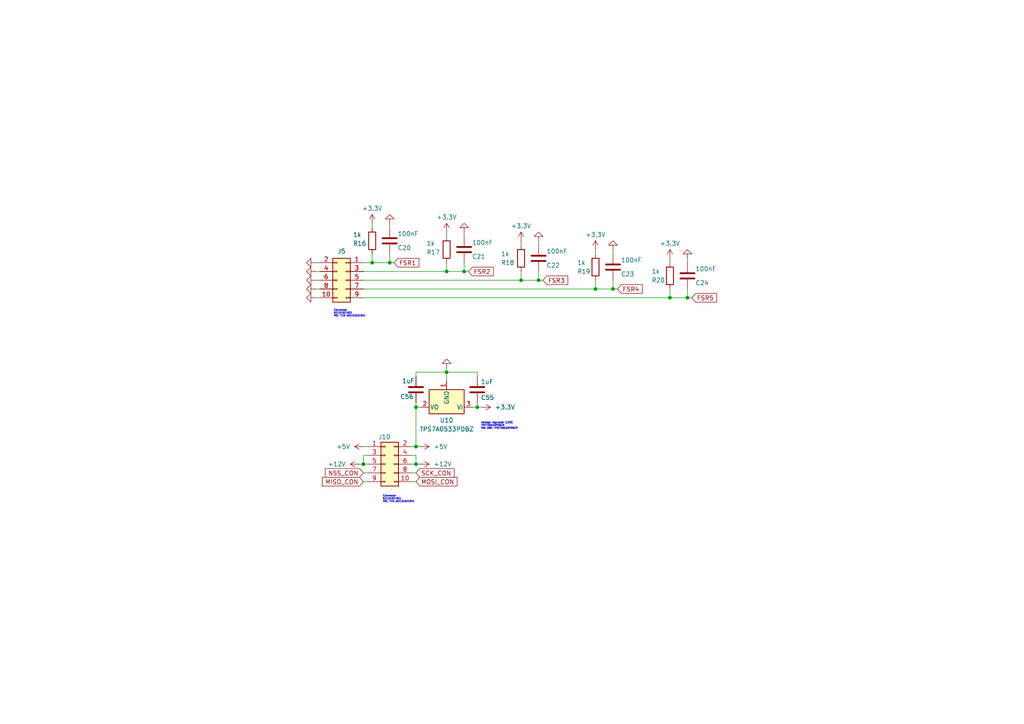
<source format=kicad_sch>
(kicad_sch (version 20250114) (generator "eeschema") (generator_version "9.0")
  (paper "A4")
  (lib_symbols
    (symbol "Connector_Generic:Conn_02x05_Odd_Even" (pin_names (offset 1.016) (hide yes))
      (property "Reference" "J" (at 1.27 7.62 0))
      (property "Value" "Conn_02x05_Odd_Even" (at 1.27 -7.62 0))
      (symbol "Conn_02x05_Odd_Even_1_1"
        (rectangle (start -1.27 6.35) (end 3.81 -6.35) (stroke (width 0.254)) (fill (type background)))
        (rectangle (start -1.27 5.207) (end 0 4.953) (stroke (width 0.1524)))
        (rectangle (start -1.27 2.667) (end 0 2.413) (stroke (width 0.1524)))
        (rectangle (start -1.27 0.127) (end 0 -0.127) (stroke (width 0.1524)))
        (rectangle (start -1.27 -2.413) (end 0 -2.667) (stroke (width 0.1524)))
        (rectangle (start -1.27 -4.953) (end 0 -5.207) (stroke (width 0.1524)))
        (rectangle (start 3.81 5.207) (end 2.54 4.953) (stroke (width 0.1524)))
        (rectangle (start 3.81 2.667) (end 2.54 2.413) (stroke (width 0.1524)))
        (rectangle (start 3.81 0.127) (end 2.54 -0.127) (stroke (width 0.1524)))
        (rectangle (start 3.81 -2.413) (end 2.54 -2.667) (stroke (width 0.1524)))
        (rectangle (start 3.81 -4.953) (end 2.54 -5.207) (stroke (width 0.1524)))
        (pin passive line (at -5.08 5.08 0) (length 3.81) (name "Pin_1") (number "1"))
        (pin passive line (at -5.08 2.54 0) (length 3.81) (name "Pin_3") (number "3"))
        (pin passive line (at -5.08 0 0) (length 3.81) (name "Pin_5") (number "5"))
        (pin passive line (at -5.08 -2.54 0) (length 3.81) (name "Pin_7") (number "7"))
        (pin passive line (at -5.08 -5.08 0) (length 3.81) (name "Pin_9") (number "9"))
        (pin passive line (at 7.62 5.08 180) (length 3.81) (name "Pin_2") (number "2"))
        (pin passive line (at 7.62 2.54 180) (length 3.81) (name "Pin_4") (number "4"))
        (pin passive line (at 7.62 0 180) (length 3.81) (name "Pin_6") (number "6"))
        (pin passive line (at 7.62 -2.54 180) (length 3.81) (name "Pin_8") (number "8"))
        (pin passive line (at 7.62 -5.08 180) (length 3.81) (name "Pin_10") (number "10"))
      )
    )
    (symbol "Device:C" (pin_numbers (hide yes)) (pin_names (offset 0.254))
      (property "Reference" "C" (at 0.635 2.54 0))
      (property "Value" "C" (at 0.635 -2.54 0))
      (symbol "C_0_1"
        (polyline (pts (xy -2.032 0.762) (xy 2.032 0.762)) (stroke (width 0.508)))
        (polyline (pts (xy -2.032 -0.762) (xy 2.032 -0.762)) (stroke (width 0.508)))
      )
      (symbol "C_1_1"
        (pin passive line (at 0 3.81 270) (length 2.794) (name "~") (number "1"))
        (pin passive line (at 0 -3.81 90) (length 2.794) (name "~") (number "2"))
      )
    )
    (symbol "Device:R" (pin_numbers (hide yes)) (pin_names (offset 0))
      (property "Reference" "R" (at 2.032 0 90))
      (property "Value" "R" (at 0 0 90))
      (symbol "R_0_1"
        (rectangle (start -1.016 -2.54) (end 1.016 2.54) (stroke (width 0.254)))
      )
      (symbol "R_1_1"
        (pin passive line (at 0 3.81 270) (length 1.27) (name "~") (number "1"))
        (pin passive line (at 0 -3.81 90) (length 1.27) (name "~") (number "2"))
      )
    )
    (symbol "Regulator_Linear:TPS7A0533PDBZ" (pin_names (offset 0.254))
      (property "Reference" "U" (at -3.81 3.175 0))
      (property "Value" "TPS7A0533PDBZ" (at 0 3.175 0))
      (symbol "TPS7A0533PDBZ_0_1"
        (rectangle (start -5.08 -5.08) (end 5.08 1.905) (stroke (width 0.254)) (fill (type background)))
      )
      (symbol "TPS7A0533PDBZ_1_1"
        (pin power_in line (at -7.62 0 0) (length 2.54) (name "VI") (number "3"))
        (pin power_in line (at 0 -7.62 90) (length 2.54) (name "GND") (number "1"))
        (pin power_out line (at 7.62 0 180) (length 2.54) (name "VO") (number "2"))
      )
    )
    (symbol "power:+12V" (power) (pin_numbers (hide yes)) (pin_names (offset 0) (hide yes))
      (property "Value" "+12V" (at 0 3.556 0))
      (symbol "+12V_0_1"
        (polyline (pts (xy -0.762 1.27) (xy 0 2.54)))
        (polyline (pts (xy 0 2.54) (xy 0.762 1.27)))
        (polyline (pts (xy 0 0) (xy 0 2.54)))
      )
      (symbol "+12V_1_1"
        (pin power_in line (at 0 0 90) (length 0) (name "~") (number "1"))
      )
    )
    (symbol "power:+3.3V" (power) (pin_numbers (hide yes)) (pin_names (offset 0) (hide yes))
      (property "Value" "+3.3V" (at 0 3.556 0))
      (symbol "+3.3V_0_1"
        (polyline (pts (xy -0.762 1.27) (xy 0 2.54)))
        (polyline (pts (xy 0 2.54) (xy 0.762 1.27)))
        (polyline (pts (xy 0 0) (xy 0 2.54)))
      )
      (symbol "+3.3V_1_1"
        (pin power_in line (at 0 0 90) (length 0) (name "~") (number "1"))
      )
    )
    (symbol "power:+5V" (power) (pin_numbers (hide yes)) (pin_names (offset 0) (hide yes))
      (property "Value" "+5V" (at 0 3.556 0))
      (symbol "+5V_0_1"
        (polyline (pts (xy -0.762 1.27) (xy 0 2.54)))
        (polyline (pts (xy 0 2.54) (xy 0.762 1.27)))
        (polyline (pts (xy 0 0) (xy 0 2.54)))
      )
      (symbol "+5V_1_1"
        (pin power_in line (at 0 0 90) (length 0) (name "~") (number "1"))
      )
    )
    (symbol "power:GND" (power) (pin_numbers (hide yes)) (pin_names (offset 0) (hide yes))
      (property "Value" "GND" (at 0 -3.81 0))
      (symbol "GND_0_1"
        (polyline (pts (xy 0 0) (xy 0 -1.27) (xy 1.27 -1.27) (xy 0 -2.54) (xy -1.27 -1.27) (xy 0 -1.27)))
      )
      (symbol "GND_1_1"
        (pin power_in line (at 0 0 270) (length 0) (name "~") (number "1"))
      )
    )
  )
  (text "Connector\n62131021921\nMO: 710-62131021921 " (at 110.998 144.78 0) (effects (font (size 0.508 0.508)) (justify left)))
  (text "Voltage regulator (LDO)\nTPS7A0533PDBZR\nMO: 595-TPS7A0533PDBZR\n " (at 139.446 123.952 0) (effects (font (size 0.508 0.508)) (justify left)))
  (text "Connector\n62131021921\nMO: 710-62131021921 " (at 96.774 90.932 0) (effects (font (size 0.508 0.508)) (justify left)))
  (junction (at 105.41 134.62))
  (junction (at 120.65 134.62))
  (junction (at 177.8 83.82))
  (junction (at 194.31 86.36))
  (junction (at 129.54 78.74))
  (junction (at 129.54 107.95))
  (junction (at 120.65 129.54))
  (junction (at 113.03 76.2))
  (junction (at 138.43 118.11))
  (junction (at 199.39 86.36))
  (junction (at 172.72 83.82))
  (junction (at 134.62 78.74))
  (junction (at 120.65 118.11))
  (junction (at 156.21 81.28))
  (junction (at 107.95 76.2))
  (junction (at 151.13 81.28))
  (wire (pts (xy 137.16 118.11) (xy 138.43 118.11)))
  (wire (pts (xy 120.65 118.11) (xy 120.65 129.54)))
  (wire (pts (xy 121.92 134.62) (xy 120.65 134.62)))
  (wire (pts (xy 134.62 76.2) (xy 134.62 78.74)))
  (wire (pts (xy 199.39 76.2) (xy 199.39 74.93)))
  (wire (pts (xy 194.31 83.82) (xy 194.31 86.36)))
  (wire (pts (xy 104.14 134.62) (xy 105.41 134.62)))
  (wire (pts (xy 120.65 132.08) (xy 119.38 132.08)))
  (wire (pts (xy 199.39 83.82) (xy 199.39 86.36)))
  (wire (pts (xy 138.43 116.84) (xy 138.43 118.11)))
  (wire (pts (xy 113.03 66.04) (xy 113.03 64.77)))
  (wire (pts (xy 177.8 73.66) (xy 177.8 72.39)))
  (wire (pts (xy 120.65 137.16) (xy 119.38 137.16)))
  (wire (pts (xy 120.65 134.62) (xy 119.38 134.62)))
  (wire (pts (xy 138.43 118.11) (xy 139.7 118.11)))
  (wire (pts (xy 151.13 78.74) (xy 151.13 81.28)))
  (wire (pts (xy 199.39 86.36) (xy 200.66 86.36)))
  (wire (pts (xy 105.41 139.7) (xy 106.68 139.7)))
  (wire (pts (xy 105.41 132.08) (xy 105.41 134.62)))
  (wire (pts (xy 105.41 86.36) (xy 194.31 86.36)))
  (wire (pts (xy 91.44 76.2) (xy 92.71 76.2)))
  (wire (pts (xy 105.41 76.2) (xy 107.95 76.2)))
  (wire (pts (xy 113.03 73.66) (xy 113.03 76.2)))
  (wire (pts (xy 105.41 134.62) (xy 106.68 134.62)))
  (wire (pts (xy 105.41 81.28) (xy 151.13 81.28)))
  (wire (pts (xy 113.03 76.2) (xy 114.3 76.2)))
  (wire (pts (xy 172.72 83.82) (xy 177.8 83.82)))
  (wire (pts (xy 177.8 81.28) (xy 177.8 83.82)))
  (wire (pts (xy 172.72 72.39) (xy 172.72 73.66)))
  (wire (pts (xy 129.54 67.31) (xy 129.54 68.58)))
  (wire (pts (xy 105.41 137.16) (xy 106.68 137.16)))
  (wire (pts (xy 156.21 71.12) (xy 156.21 69.85)))
  (wire (pts (xy 194.31 86.36) (xy 199.39 86.36)))
  (wire (pts (xy 105.41 132.08) (xy 106.68 132.08)))
  (wire (pts (xy 129.54 107.95) (xy 129.54 110.49)))
  (wire (pts (xy 121.92 118.11) (xy 120.65 118.11)))
  (wire (pts (xy 120.65 116.84) (xy 120.65 118.11)))
  (wire (pts (xy 119.38 129.54) (xy 120.65 129.54)))
  (wire (pts (xy 120.65 132.08) (xy 120.65 134.62)))
  (wire (pts (xy 172.72 83.82) (xy 172.72 81.28)))
  (wire (pts (xy 91.44 86.36) (xy 92.71 86.36)))
  (wire (pts (xy 129.54 78.74) (xy 134.62 78.74)))
  (wire (pts (xy 105.41 78.74) (xy 129.54 78.74)))
  (wire (pts (xy 105.41 129.54) (xy 106.68 129.54)))
  (wire (pts (xy 91.44 78.74) (xy 92.71 78.74)))
  (wire (pts (xy 107.95 64.77) (xy 107.95 66.04)))
  (wire (pts (xy 91.44 81.28) (xy 92.71 81.28)))
  (wire (pts (xy 156.21 81.28) (xy 157.48 81.28)))
  (wire (pts (xy 151.13 69.85) (xy 151.13 71.12)))
  (wire (pts (xy 91.44 83.82) (xy 92.71 83.82)))
  (wire (pts (xy 120.65 107.95) (xy 129.54 107.95)))
  (wire (pts (xy 120.65 107.95) (xy 120.65 109.22)))
  (wire (pts (xy 194.31 74.93) (xy 194.31 76.2)))
  (wire (pts (xy 105.41 83.82) (xy 172.72 83.82)))
  (wire (pts (xy 120.65 139.7) (xy 119.38 139.7)))
  (wire (pts (xy 129.54 107.95) (xy 138.43 107.95)))
  (wire (pts (xy 107.95 73.66) (xy 107.95 76.2)))
  (wire (pts (xy 129.54 76.2) (xy 129.54 78.74)))
  (wire (pts (xy 134.62 78.74) (xy 135.89 78.74)))
  (wire (pts (xy 156.21 78.74) (xy 156.21 81.28)))
  (wire (pts (xy 138.43 109.22) (xy 138.43 107.95)))
  (wire (pts (xy 177.8 83.82) (xy 179.07 83.82)))
  (wire (pts (xy 107.95 76.2) (xy 113.03 76.2)))
  (wire (pts (xy 151.13 81.28) (xy 156.21 81.28)))
  (wire (pts (xy 134.62 68.58) (xy 134.62 67.31)))
  (wire (pts (xy 129.54 106.68) (xy 129.54 107.95)))
  (wire (pts (xy 120.65 129.54) (xy 121.92 129.54)))
  (global_label "FSR1" (shape input) (at 114.3 76.2 0) (property "Intersheetrefs" "${INTERSHEET_REFS}" (effects (hide yes))))
  (global_label "FSR5" (shape input) (at 200.66 86.36 0) (property "Intersheetrefs" "${INTERSHEET_REFS}" (effects (hide yes))))
  (global_label "FSR2" (shape input) (at 135.89 78.74 0) (property "Intersheetrefs" "${INTERSHEET_REFS}" (effects (hide yes))))
  (global_label "MISO_CON" (shape input) (at 105.41 139.7 180) (property "Intersheetrefs" "${INTERSHEET_REFS}" (effects (hide yes))))
  (global_label "FSR4" (shape input) (at 179.07 83.82 0) (property "Intersheetrefs" "${INTERSHEET_REFS}" (effects (hide yes))))
  (global_label "NSS_CON" (shape input) (at 105.41 137.16 180) (property "Intersheetrefs" "${INTERSHEET_REFS}" (effects (hide yes))))
  (global_label "SCK_CON" (shape input) (at 120.65 137.16 0) (property "Intersheetrefs" "${INTERSHEET_REFS}" (effects (hide yes))))
  (global_label "FSR3" (shape input) (at 157.48 81.28 0) (property "Intersheetrefs" "${INTERSHEET_REFS}" (effects (hide yes))))
  (global_label "MOSI_CON" (shape input) (at 120.65 139.7 0) (property "Intersheetrefs" "${INTERSHEET_REFS}" (effects (hide yes))))
  (symbol (lib_id "Device:R") (at 129.54 72.39 0) (unit 1)
    (property "Reference" "R17" (at 123.698 73.152 0) (effects (justify left)))
    (property "Value" "1k" (at 123.698 70.612 0) (effects (justify left)))
    (property "Footprint" "Resistor_SMD:R_0402_1005Metric" (effects (hide yes)))
    (property "Description" "Resistor" (effects (hide yes)))
  )
  (symbol (lib_id "power:GND") (at 91.44 78.74 270) (mirror x) (unit 1)
    (property "Reference" "#PWR086" (effects (hide yes)))
    (property "Value" "GND" (effects (hide yes)))
    (property "Description" "Power symbol creates a global label with name \"GND\" , ground" (effects (hide yes)))
  )
  (symbol (lib_id "Device:C") (at 138.43 113.03 0) (mirror x) (unit 1)
    (property "Reference" "C55" (at 139.446 115.316 0) (effects (justify left)))
    (property "Value" "1uF" (at 139.446 110.744 0) (effects (justify left)))
    (property "Footprint" "Capacitor_SMD:C_0402_1005Metric" (effects (hide yes)))
    (property "Description" "Unpolarized capacitor" (effects (hide yes)))
  )
  (symbol (lib_id "power:+3.3V") (at 107.95 64.77 0) (unit 1)
    (property "Reference" "#PWR031" (effects (hide yes)))
    (property "Value" "+3.3V" (at 107.95 60.452 0))
    (property "Description" "Power symbol creates a global label with name \"+3.3V\"" (effects (hide yes)))
  )
  (symbol (lib_id "Connector_Generic:Conn_02x05_Odd_Even") (at 100.33 81.28 0) (mirror y) (unit 1)
    (property "Reference" "J5" (at 99.06 72.898 0))
    (property "Value" "Conn_02x05_Odd_Even" (effects (hide yes)))
    (property "Footprint" "Connector_PinHeader_2.00mm:PinHeader_2x05_P2.00mm_Vertical_SMD" (effects (hide yes)))
    (property "Description" "Generic connector, double row, 02x05, odd/even pin numbering scheme (row 1 odd numbers, row 2 even numbers), script generated (kicad-library-utils/schlib/autogen/connector/)" (effects (hide yes)))
  )
  (symbol (lib_id "Device:C") (at 134.62 72.39 0) (mirror y) (unit 1)
    (property "Reference" "C21" (at 136.906 74.422 0) (effects (justify right)))
    (property "Value" "100nF" (at 136.906 70.358 0) (effects (justify right)))
    (property "Footprint" "Capacitor_SMD:C_0402_1005Metric" (effects (hide yes)))
    (property "Description" "Unpolarized capacitor" (effects (hide yes)))
  )
  (symbol (lib_id "power:GND") (at 129.54 106.68 0) (mirror x) (unit 1)
    (property "Reference" "#PWR084" (effects (hide yes)))
    (property "Value" "GND" (effects (hide yes)))
    (property "Description" "Power symbol creates a global label with name \"GND\" , ground" (effects (hide yes)))
  )
  (symbol (lib_id "Device:C") (at 156.21 74.93 0) (mirror y) (unit 1)
    (property "Reference" "C22" (at 158.496 76.962 0) (effects (justify right)))
    (property "Value" "100nF" (at 158.496 72.898 0) (effects (justify right)))
    (property "Footprint" "Capacitor_SMD:C_0402_1005Metric" (effects (hide yes)))
    (property "Description" "Unpolarized capacitor" (effects (hide yes)))
  )
  (symbol (lib_id "Regulator_Linear:TPS7A0533PDBZ") (at 129.54 118.11 180) (unit 1)
    (property "Reference" "U10" (at 129.54 121.92 0))
    (property "Value" "TPS7A0533PDBZ" (at 129.54 124.46 0))
    (property "Footprint" "Package_TO_SOT_SMD:SOT-23" (effects (hide yes)))
    (property "Datasheet" "https://www.ti.com/lit/ds/symlink/tps7a05.pdf" (effects (hide yes)))
    (property "Description" "200-mA Ultra-Low-Iq LDO, 3.3V, SOT-23-3" (effects (hide yes)))
  )
  (symbol (lib_id "power:+3.3V") (at 151.13 69.85 0) (unit 1)
    (property "Reference" "#PWR035" (effects (hide yes)))
    (property "Value" "+3.3V" (at 151.13 65.532 0))
    (property "Description" "Power symbol creates a global label with name \"+3.3V\"" (effects (hide yes)))
  )
  (symbol (lib_id "power:+3.3V") (at 172.72 72.39 0) (unit 1)
    (property "Reference" "#PWR042" (effects (hide yes)))
    (property "Value" "+3.3V" (at 172.72 68.072 0))
    (property "Description" "Power symbol creates a global label with name \"+3.3V\"" (effects (hide yes)))
  )
  (symbol (lib_id "power:GND") (at 177.8 72.39 180) (unit 1)
    (property "Reference" "#PWR043" (effects (hide yes)))
    (property "Value" "GND" (effects (hide yes)))
    (property "Description" "Power symbol creates a global label with name \"GND\" , ground" (effects (hide yes)))
  )
  (symbol (lib_id "power:GND") (at 134.62 67.31 180) (unit 1)
    (property "Reference" "#PWR034" (effects (hide yes)))
    (property "Value" "GND" (effects (hide yes)))
    (property "Description" "Power symbol creates a global label with name \"GND\" , ground" (effects (hide yes)))
  )
  (symbol (lib_id "power:GND") (at 199.39 74.93 180) (unit 1)
    (property "Reference" "#PWR045" (effects (hide yes)))
    (property "Value" "GND" (effects (hide yes)))
    (property "Description" "Power symbol creates a global label with name \"GND\" , ground" (effects (hide yes)))
  )
  (symbol (lib_id "power:GND") (at 91.44 76.2 270) (mirror x) (unit 1)
    (property "Reference" "#PWR085" (effects (hide yes)))
    (property "Value" "GND" (effects (hide yes)))
    (property "Description" "Power symbol creates a global label with name \"GND\" , ground" (effects (hide yes)))
  )
  (symbol (lib_id "power:GND") (at 91.44 81.28 270) (mirror x) (unit 1)
    (property "Reference" "#PWR087" (effects (hide yes)))
    (property "Value" "GND" (effects (hide yes)))
    (property "Description" "Power symbol creates a global label with name \"GND\" , ground" (effects (hide yes)))
  )
  (symbol (lib_id "power:+12V") (at 104.14 134.62 90) (unit 1)
    (property "Reference" "#PWR041" (effects (hide yes)))
    (property "Value" "+12V" (at 100.33 134.6199 90) (effects (justify left)))
    (property "Description" "Power symbol creates a global label with name \"+12V\"" (effects (hide yes)))
  )
  (symbol (lib_id "power:+5V") (at 121.92 129.54 270) (mirror x) (unit 1)
    (property "Reference" "#PWR080" (effects (hide yes)))
    (property "Value" "+5V" (at 125.73 129.5401 90) (effects (justify left)))
    (property "Description" "Power symbol creates a global label with name \"+5V\"" (effects (hide yes)))
  )
  (symbol (lib_id "Connector_Generic:Conn_02x05_Odd_Even") (at 111.76 134.62 0) (unit 1)
    (property "Reference" "J10" (at 111.506 126.746 0))
    (property "Value" "Conn_02x05_Odd_Even" (effects (hide yes)))
    (property "Footprint" "Connector_PinHeader_2.00mm:PinHeader_2x05_P2.00mm_Vertical_SMD" (effects (hide yes)))
    (property "Description" "Generic connector, double row, 02x05, odd/even pin numbering scheme (row 1 odd numbers, row 2 even numbers), script generated (kicad-library-utils/schlib/autogen/connector/)" (effects (hide yes)))
  )
  (symbol (lib_id "power:+3.3V") (at 194.31 74.93 0) (unit 1)
    (property "Reference" "#PWR044" (effects (hide yes)))
    (property "Value" "+3.3V" (at 194.31 70.612 0))
    (property "Description" "Power symbol creates a global label with name \"+3.3V\"" (effects (hide yes)))
  )
  (symbol (lib_id "Device:C") (at 199.39 80.01 0) (mirror y) (unit 1)
    (property "Reference" "C24" (at 201.676 82.042 0) (effects (justify right)))
    (property "Value" "100nF" (at 201.676 77.978 0) (effects (justify right)))
    (property "Footprint" "Capacitor_SMD:C_0402_1005Metric" (effects (hide yes)))
    (property "Description" "Unpolarized capacitor" (effects (hide yes)))
  )
  (symbol (lib_id "Device:C") (at 113.03 69.85 0) (mirror y) (unit 1)
    (property "Reference" "C20" (at 115.316 71.882 0) (effects (justify right)))
    (property "Value" "100nF" (at 115.316 67.818 0) (effects (justify right)))
    (property "Footprint" "Capacitor_SMD:C_0402_1005Metric" (effects (hide yes)))
    (property "Description" "Unpolarized capacitor" (effects (hide yes)))
  )
  (symbol (lib_id "Device:C") (at 177.8 77.47 0) (mirror y) (unit 1)
    (property "Reference" "C23" (at 180.086 79.502 0) (effects (justify right)))
    (property "Value" "100nF" (at 180.086 75.438 0) (effects (justify right)))
    (property "Footprint" "Capacitor_SMD:C_0402_1005Metric" (effects (hide yes)))
    (property "Description" "Unpolarized capacitor" (effects (hide yes)))
  )
  (symbol (lib_id "Device:R") (at 151.13 74.93 0) (unit 1)
    (property "Reference" "R18" (at 145.288 76.2 0) (effects (justify left)))
    (property "Value" "1k" (at 145.288 73.66 0) (effects (justify left)))
    (property "Footprint" "Resistor_SMD:R_0402_1005Metric" (effects (hide yes)))
    (property "Description" "Resistor" (effects (hide yes)))
  )
  (symbol (lib_id "Device:R") (at 172.72 77.47 0) (unit 1)
    (property "Reference" "R19" (at 167.386 78.74 0) (effects (justify left)))
    (property "Value" "1k" (at 167.386 76.2 0) (effects (justify left)))
    (property "Footprint" "Resistor_SMD:R_0402_1005Metric" (effects (hide yes)))
    (property "Description" "Resistor" (effects (hide yes)))
  )
  (symbol (lib_id "power:GND") (at 91.44 86.36 270) (mirror x) (unit 1)
    (property "Reference" "#PWR097" (effects (hide yes)))
    (property "Value" "GND" (effects (hide yes)))
    (property "Description" "Power symbol creates a global label with name \"GND\" , ground" (effects (hide yes)))
  )
  (symbol (lib_id "Device:R") (at 107.95 69.85 0) (unit 1)
    (property "Reference" "R16" (at 102.362 70.612 0) (effects (justify left)))
    (property "Value" "1k" (at 102.362 68.072 0) (effects (justify left)))
    (property "Footprint" "Resistor_SMD:R_0402_1005Metric" (effects (hide yes)))
    (property "Description" "Resistor" (effects (hide yes)))
  )
  (symbol (lib_id "Device:C") (at 120.65 113.03 0) (mirror x) (unit 1)
    (property "Reference" "C56" (at 116.078 115.062 0) (effects (justify left)))
    (property "Value" "1uF" (at 116.586 110.49 0) (effects (justify left)))
    (property "Footprint" "Capacitor_SMD:C_0402_1005Metric" (effects (hide yes)))
    (property "Description" "Unpolarized capacitor" (effects (hide yes)))
  )
  (symbol (lib_id "power:+3.3V") (at 129.54 67.31 0) (unit 1)
    (property "Reference" "#PWR033" (effects (hide yes)))
    (property "Value" "+3.3V" (at 129.54 62.992 0))
    (property "Description" "Power symbol creates a global label with name \"+3.3V\"" (effects (hide yes)))
  )
  (symbol (lib_id "power:+5V") (at 105.41 129.54 90) (unit 1)
    (property "Reference" "#PWR040" (effects (hide yes)))
    (property "Value" "+5V" (at 101.6 129.5399 90) (effects (justify left)))
    (property "Description" "Power symbol creates a global label with name \"+5V\"" (effects (hide yes)))
  )
  (symbol (lib_id "power:GND") (at 156.21 69.85 180) (unit 1)
    (property "Reference" "#PWR036" (effects (hide yes)))
    (property "Value" "GND" (effects (hide yes)))
    (property "Description" "Power symbol creates a global label with name \"GND\" , ground" (effects (hide yes)))
  )
  (symbol (lib_id "power:GND") (at 113.03 64.77 180) (unit 1)
    (property "Reference" "#PWR032" (effects (hide yes)))
    (property "Value" "GND" (effects (hide yes)))
    (property "Description" "Power symbol creates a global label with name \"GND\" , ground" (effects (hide yes)))
  )
  (symbol (lib_id "power:+12V") (at 121.92 134.62 270) (unit 1)
    (property "Reference" "#PWR038" (effects (hide yes)))
    (property "Value" "+12V" (at 125.73 134.6201 90) (effects (justify left)))
    (property "Description" "Power symbol creates a global label with name \"+12V\"" (effects (hide yes)))
  )
  (symbol (lib_id "power:+3.3V") (at 139.7 118.11 270) (mirror x) (unit 1)
    (property "Reference" "#PWR037" (effects (hide yes)))
    (property "Value" "+3.3V" (at 143.51 118.1101 90) (effects (justify left)))
    (property "Description" "Power symbol creates a global label with name \"+3.3V\"" (effects (hide yes)))
  )
  (symbol (lib_id "Device:R") (at 194.31 80.01 0) (unit 1)
    (property "Reference" "R20" (at 188.976 81.28 0) (effects (justify left)))
    (property "Value" "1k" (at 188.976 78.74 0) (effects (justify left)))
    (property "Footprint" "Resistor_SMD:R_0402_1005Metric" (effects (hide yes)))
    (property "Description" "Resistor" (effects (hide yes)))
  )
  (symbol (lib_id "power:GND") (at 91.44 83.82 270) (mirror x) (unit 1)
    (property "Reference" "#PWR096" (effects (hide yes)))
    (property "Value" "GND" (effects (hide yes)))
    (property "Description" "Power symbol creates a global label with name \"GND\" , ground" (effects (hide yes)))
  )
)
</source>
